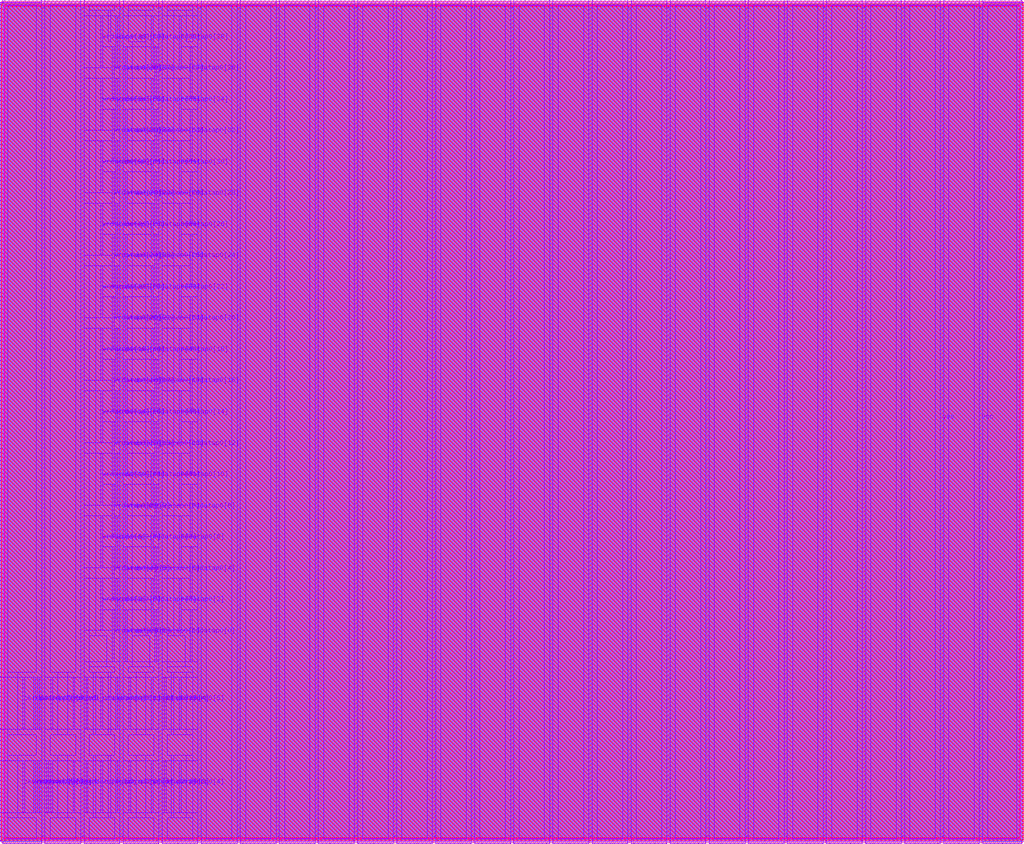
<source format=lef>
VERSION 5.8 ;
BUSBITCHARS "[]" ;
DIVIDERCHAR "/" ;

UNITS
  DATABASE MICRONS 4000 ;
END UNITS

PROPERTYDEFINITIONS
  MACRO hpml_layer STRING ;
  MACRO heml_layer STRING ;
END PROPERTYDEFINITIONS

MACRO arf038b128e1r1w0cbbehraa4acw
  CLASS BLOCK ;
  FOREIGN arf038b128e1r1w0cbbehraa4acw ;
  ORIGIN 0 0 ;
  SIZE 23.4 BY 19.2 ;
  PIN ckrdp0
    DIRECTION INPUT ;
    USE SIGNAL ;
    PORT
      LAYER m7 ;
        RECT 0.428 2.52 0.472 3.72 ;
    END
  END ckrdp0
  PIN ckwrp0
    DIRECTION INPUT ;
    USE SIGNAL ;
    PORT
      LAYER m7 ;
        RECT 0.428 0.6 0.472 1.8 ;
    END
  END ckwrp0
  PIN rdaddrp0[0]
    DIRECTION INPUT ;
    USE SIGNAL ;
    PORT
      LAYER m7 ;
        RECT 2.228 2.52 2.272 3.72 ;
    END
  END rdaddrp0[0]
  PIN rdaddrp0[1]
    DIRECTION INPUT ;
    USE SIGNAL ;
    PORT
      LAYER m7 ;
        RECT 2.572 2.52 2.616 3.72 ;
    END
  END rdaddrp0[1]
  PIN rdaddrp0[2]
    DIRECTION INPUT ;
    USE SIGNAL ;
    PORT
      LAYER m7 ;
        RECT 2.872 2.52 2.916 3.72 ;
    END
  END rdaddrp0[2]
  PIN rdaddrp0[3]
    DIRECTION INPUT ;
    USE SIGNAL ;
    PORT
      LAYER m7 ;
        RECT 3.384 2.52 3.428 3.72 ;
    END
  END rdaddrp0[3]
  PIN rdaddrp0[4]
    DIRECTION INPUT ;
    USE SIGNAL ;
    PORT
      LAYER m7 ;
        RECT 3.684 2.52 3.728 3.72 ;
    END
  END rdaddrp0[4]
  PIN rdaddrp0[5]
    DIRECTION INPUT ;
    USE SIGNAL ;
    PORT
      LAYER m7 ;
        RECT 4.028 2.52 4.072 3.72 ;
    END
  END rdaddrp0[5]
  PIN rdaddrp0[6]
    DIRECTION INPUT ;
    USE SIGNAL ;
    PORT
      LAYER m7 ;
        RECT 0.684 2.52 0.728 3.72 ;
    END
  END rdaddrp0[6]
  PIN rdaddrp0_fd
    DIRECTION INPUT ;
    USE SIGNAL ;
    PORT
      LAYER m7 ;
        RECT 0.772 2.52 0.816 3.72 ;
    END
  END rdaddrp0_fd
  PIN rdaddrp0_rd
    DIRECTION INPUT ;
    USE SIGNAL ;
    PORT
      LAYER m7 ;
        RECT 1.072 2.52 1.116 3.72 ;
    END
  END rdaddrp0_rd
  PIN rdenp0
    DIRECTION INPUT ;
    USE SIGNAL ;
    PORT
      LAYER m7 ;
        RECT 1.584 2.52 1.628 3.72 ;
    END
  END rdenp0
  PIN sdl_initp0
    DIRECTION INPUT ;
    USE SIGNAL ;
    PORT
      LAYER m7 ;
        RECT 1.884 2.52 1.928 3.72 ;
    END
  END sdl_initp0
  PIN wraddrp0[0]
    DIRECTION INPUT ;
    USE SIGNAL ;
    PORT
      LAYER m7 ;
        RECT 2.572 0.6 2.616 1.8 ;
    END
  END wraddrp0[0]
  PIN wraddrp0[1]
    DIRECTION INPUT ;
    USE SIGNAL ;
    PORT
      LAYER m7 ;
        RECT 2.872 0.6 2.916 1.8 ;
    END
  END wraddrp0[1]
  PIN wraddrp0[2]
    DIRECTION INPUT ;
    USE SIGNAL ;
    PORT
      LAYER m7 ;
        RECT 3.384 0.6 3.428 1.8 ;
    END
  END wraddrp0[2]
  PIN wraddrp0[3]
    DIRECTION INPUT ;
    USE SIGNAL ;
    PORT
      LAYER m7 ;
        RECT 3.684 0.6 3.728 1.8 ;
    END
  END wraddrp0[3]
  PIN wraddrp0[4]
    DIRECTION INPUT ;
    USE SIGNAL ;
    PORT
      LAYER m7 ;
        RECT 4.028 0.6 4.072 1.8 ;
    END
  END wraddrp0[4]
  PIN wraddrp0[5]
    DIRECTION INPUT ;
    USE SIGNAL ;
    PORT
      LAYER m7 ;
        RECT 0.684 0.6 0.728 1.8 ;
    END
  END wraddrp0[5]
  PIN wraddrp0[6]
    DIRECTION INPUT ;
    USE SIGNAL ;
    PORT
      LAYER m7 ;
        RECT 0.984 0.6 1.028 1.8 ;
    END
  END wraddrp0[6]
  PIN wraddrp0_fd
    DIRECTION INPUT ;
    USE SIGNAL ;
    PORT
      LAYER m7 ;
        RECT 0.772 0.6 0.816 1.8 ;
    END
  END wraddrp0_fd
  PIN wraddrp0_rd
    DIRECTION INPUT ;
    USE SIGNAL ;
    PORT
      LAYER m7 ;
        RECT 1.072 0.6 1.116 1.8 ;
    END
  END wraddrp0_rd
  PIN wrdatap0[0]
    DIRECTION INPUT ;
    USE SIGNAL ;
    PORT
      LAYER m7 ;
        RECT 2.484 4.08 2.528 5.28 ;
    END
  END wrdatap0[0]
  PIN wrdatap0[10]
    DIRECTION INPUT ;
    USE SIGNAL ;
    PORT
      LAYER m7 ;
        RECT 2.228 7.68 2.272 8.88 ;
    END
  END wrdatap0[10]
  PIN wrdatap0[11]
    DIRECTION INPUT ;
    USE SIGNAL ;
    PORT
      LAYER m7 ;
        RECT 2.572 7.68 2.616 8.88 ;
    END
  END wrdatap0[11]
  PIN wrdatap0[12]
    DIRECTION INPUT ;
    USE SIGNAL ;
    PORT
      LAYER m7 ;
        RECT 2.484 8.4 2.528 9.6 ;
    END
  END wrdatap0[12]
  PIN wrdatap0[13]
    DIRECTION INPUT ;
    USE SIGNAL ;
    PORT
      LAYER m7 ;
        RECT 2.784 8.4 2.828 9.6 ;
    END
  END wrdatap0[13]
  PIN wrdatap0[14]
    DIRECTION INPUT ;
    USE SIGNAL ;
    PORT
      LAYER m7 ;
        RECT 2.228 9.12 2.272 10.32 ;
    END
  END wrdatap0[14]
  PIN wrdatap0[15]
    DIRECTION INPUT ;
    USE SIGNAL ;
    PORT
      LAYER m7 ;
        RECT 2.572 9.12 2.616 10.32 ;
    END
  END wrdatap0[15]
  PIN wrdatap0[16]
    DIRECTION INPUT ;
    USE SIGNAL ;
    PORT
      LAYER m7 ;
        RECT 2.484 9.84 2.528 11.04 ;
    END
  END wrdatap0[16]
  PIN wrdatap0[17]
    DIRECTION INPUT ;
    USE SIGNAL ;
    PORT
      LAYER m7 ;
        RECT 2.784 9.84 2.828 11.04 ;
    END
  END wrdatap0[17]
  PIN wrdatap0[18]
    DIRECTION INPUT ;
    USE SIGNAL ;
    PORT
      LAYER m7 ;
        RECT 2.228 10.56 2.272 11.76 ;
    END
  END wrdatap0[18]
  PIN wrdatap0[19]
    DIRECTION INPUT ;
    USE SIGNAL ;
    PORT
      LAYER m7 ;
        RECT 2.572 10.56 2.616 11.76 ;
    END
  END wrdatap0[19]
  PIN wrdatap0[1]
    DIRECTION INPUT ;
    USE SIGNAL ;
    PORT
      LAYER m7 ;
        RECT 2.784 4.08 2.828 5.28 ;
    END
  END wrdatap0[1]
  PIN wrdatap0[20]
    DIRECTION INPUT ;
    USE SIGNAL ;
    PORT
      LAYER m7 ;
        RECT 2.484 11.28 2.528 12.48 ;
    END
  END wrdatap0[20]
  PIN wrdatap0[21]
    DIRECTION INPUT ;
    USE SIGNAL ;
    PORT
      LAYER m7 ;
        RECT 2.784 11.28 2.828 12.48 ;
    END
  END wrdatap0[21]
  PIN wrdatap0[22]
    DIRECTION INPUT ;
    USE SIGNAL ;
    PORT
      LAYER m7 ;
        RECT 2.228 12 2.272 13.2 ;
    END
  END wrdatap0[22]
  PIN wrdatap0[23]
    DIRECTION INPUT ;
    USE SIGNAL ;
    PORT
      LAYER m7 ;
        RECT 2.572 12 2.616 13.2 ;
    END
  END wrdatap0[23]
  PIN wrdatap0[24]
    DIRECTION INPUT ;
    USE SIGNAL ;
    PORT
      LAYER m7 ;
        RECT 2.484 12.72 2.528 13.92 ;
    END
  END wrdatap0[24]
  PIN wrdatap0[25]
    DIRECTION INPUT ;
    USE SIGNAL ;
    PORT
      LAYER m7 ;
        RECT 2.784 12.72 2.828 13.92 ;
    END
  END wrdatap0[25]
  PIN wrdatap0[26]
    DIRECTION INPUT ;
    USE SIGNAL ;
    PORT
      LAYER m7 ;
        RECT 2.228 13.44 2.272 14.64 ;
    END
  END wrdatap0[26]
  PIN wrdatap0[27]
    DIRECTION INPUT ;
    USE SIGNAL ;
    PORT
      LAYER m7 ;
        RECT 2.572 13.44 2.616 14.64 ;
    END
  END wrdatap0[27]
  PIN wrdatap0[28]
    DIRECTION INPUT ;
    USE SIGNAL ;
    PORT
      LAYER m7 ;
        RECT 2.484 14.16 2.528 15.36 ;
    END
  END wrdatap0[28]
  PIN wrdatap0[29]
    DIRECTION INPUT ;
    USE SIGNAL ;
    PORT
      LAYER m7 ;
        RECT 2.784 14.16 2.828 15.36 ;
    END
  END wrdatap0[29]
  PIN wrdatap0[2]
    DIRECTION INPUT ;
    USE SIGNAL ;
    PORT
      LAYER m7 ;
        RECT 2.228 4.8 2.272 6 ;
    END
  END wrdatap0[2]
  PIN wrdatap0[30]
    DIRECTION INPUT ;
    USE SIGNAL ;
    PORT
      LAYER m7 ;
        RECT 2.228 14.88 2.272 16.08 ;
    END
  END wrdatap0[30]
  PIN wrdatap0[31]
    DIRECTION INPUT ;
    USE SIGNAL ;
    PORT
      LAYER m7 ;
        RECT 2.572 14.88 2.616 16.08 ;
    END
  END wrdatap0[31]
  PIN wrdatap0[32]
    DIRECTION INPUT ;
    USE SIGNAL ;
    PORT
      LAYER m7 ;
        RECT 2.484 15.6 2.528 16.8 ;
    END
  END wrdatap0[32]
  PIN wrdatap0[33]
    DIRECTION INPUT ;
    USE SIGNAL ;
    PORT
      LAYER m7 ;
        RECT 2.784 15.6 2.828 16.8 ;
    END
  END wrdatap0[33]
  PIN wrdatap0[34]
    DIRECTION INPUT ;
    USE SIGNAL ;
    PORT
      LAYER m7 ;
        RECT 2.228 16.32 2.272 17.52 ;
    END
  END wrdatap0[34]
  PIN wrdatap0[35]
    DIRECTION INPUT ;
    USE SIGNAL ;
    PORT
      LAYER m7 ;
        RECT 2.572 16.32 2.616 17.52 ;
    END
  END wrdatap0[35]
  PIN wrdatap0[36]
    DIRECTION INPUT ;
    USE SIGNAL ;
    PORT
      LAYER m7 ;
        RECT 2.484 17.04 2.528 18.24 ;
    END
  END wrdatap0[36]
  PIN wrdatap0[37]
    DIRECTION INPUT ;
    USE SIGNAL ;
    PORT
      LAYER m7 ;
        RECT 2.784 17.04 2.828 18.24 ;
    END
  END wrdatap0[37]
  PIN wrdatap0[38]
    DIRECTION INPUT ;
    USE SIGNAL ;
    PORT
      LAYER m7 ;
        RECT 2.228 17.76 2.272 18.96 ;
    END
  END wrdatap0[38]
  PIN wrdatap0[39]
    DIRECTION INPUT ;
    USE SIGNAL ;
    PORT
      LAYER m7 ;
        RECT 2.572 17.76 2.616 18.96 ;
    END
  END wrdatap0[39]
  PIN wrdatap0[3]
    DIRECTION INPUT ;
    USE SIGNAL ;
    PORT
      LAYER m7 ;
        RECT 2.572 4.8 2.616 6 ;
    END
  END wrdatap0[3]
  PIN wrdatap0[4]
    DIRECTION INPUT ;
    USE SIGNAL ;
    PORT
      LAYER m7 ;
        RECT 2.484 5.52 2.528 6.72 ;
    END
  END wrdatap0[4]
  PIN wrdatap0[5]
    DIRECTION INPUT ;
    USE SIGNAL ;
    PORT
      LAYER m7 ;
        RECT 2.784 5.52 2.828 6.72 ;
    END
  END wrdatap0[5]
  PIN wrdatap0[6]
    DIRECTION INPUT ;
    USE SIGNAL ;
    PORT
      LAYER m7 ;
        RECT 2.228 6.24 2.272 7.44 ;
    END
  END wrdatap0[6]
  PIN wrdatap0[7]
    DIRECTION INPUT ;
    USE SIGNAL ;
    PORT
      LAYER m7 ;
        RECT 2.572 6.24 2.616 7.44 ;
    END
  END wrdatap0[7]
  PIN wrdatap0[8]
    DIRECTION INPUT ;
    USE SIGNAL ;
    PORT
      LAYER m7 ;
        RECT 2.484 6.96 2.528 8.16 ;
    END
  END wrdatap0[8]
  PIN wrdatap0[9]
    DIRECTION INPUT ;
    USE SIGNAL ;
    PORT
      LAYER m7 ;
        RECT 2.784 6.96 2.828 8.16 ;
    END
  END wrdatap0[9]
  PIN wrdatap0_fd
    DIRECTION INPUT ;
    USE SIGNAL ;
    PORT
      LAYER m7 ;
        RECT 1.884 0.6 1.928 1.8 ;
    END
  END wrdatap0_fd
  PIN wrdatap0_rd
    DIRECTION INPUT ;
    USE SIGNAL ;
    PORT
      LAYER m7 ;
        RECT 2.228 0.6 2.272 1.8 ;
    END
  END wrdatap0_rd
  PIN wrenp0
    DIRECTION INPUT ;
    USE SIGNAL ;
    PORT
      LAYER m7 ;
        RECT 1.584 0.6 1.628 1.8 ;
    END
  END wrenp0
  PIN rddatap0[0]
    DIRECTION OUTPUT ;
    USE SIGNAL ;
    PORT
      LAYER m7 ;
        RECT 4.284 4.08 4.328 5.28 ;
    END
  END rddatap0[0]
  PIN rddatap0[10]
    DIRECTION OUTPUT ;
    USE SIGNAL ;
    PORT
      LAYER m7 ;
        RECT 4.028 7.68 4.072 8.88 ;
    END
  END rddatap0[10]
  PIN rddatap0[11]
    DIRECTION OUTPUT ;
    USE SIGNAL ;
    PORT
      LAYER m7 ;
        RECT 3.384 7.68 3.428 8.88 ;
    END
  END rddatap0[11]
  PIN rddatap0[12]
    DIRECTION OUTPUT ;
    USE SIGNAL ;
    PORT
      LAYER m7 ;
        RECT 4.284 8.4 4.328 9.6 ;
    END
  END rddatap0[12]
  PIN rddatap0[13]
    DIRECTION OUTPUT ;
    USE SIGNAL ;
    PORT
      LAYER m7 ;
        RECT 3.472 8.4 3.516 9.6 ;
    END
  END rddatap0[13]
  PIN rddatap0[14]
    DIRECTION OUTPUT ;
    USE SIGNAL ;
    PORT
      LAYER m7 ;
        RECT 4.028 9.12 4.072 10.32 ;
    END
  END rddatap0[14]
  PIN rddatap0[15]
    DIRECTION OUTPUT ;
    USE SIGNAL ;
    PORT
      LAYER m7 ;
        RECT 3.384 9.12 3.428 10.32 ;
    END
  END rddatap0[15]
  PIN rddatap0[16]
    DIRECTION OUTPUT ;
    USE SIGNAL ;
    PORT
      LAYER m7 ;
        RECT 4.284 9.84 4.328 11.04 ;
    END
  END rddatap0[16]
  PIN rddatap0[17]
    DIRECTION OUTPUT ;
    USE SIGNAL ;
    PORT
      LAYER m7 ;
        RECT 3.472 9.84 3.516 11.04 ;
    END
  END rddatap0[17]
  PIN rddatap0[18]
    DIRECTION OUTPUT ;
    USE SIGNAL ;
    PORT
      LAYER m7 ;
        RECT 4.028 10.56 4.072 11.76 ;
    END
  END rddatap0[18]
  PIN rddatap0[19]
    DIRECTION OUTPUT ;
    USE SIGNAL ;
    PORT
      LAYER m7 ;
        RECT 3.384 10.56 3.428 11.76 ;
    END
  END rddatap0[19]
  PIN rddatap0[1]
    DIRECTION OUTPUT ;
    USE SIGNAL ;
    PORT
      LAYER m7 ;
        RECT 3.472 4.08 3.516 5.28 ;
    END
  END rddatap0[1]
  PIN rddatap0[20]
    DIRECTION OUTPUT ;
    USE SIGNAL ;
    PORT
      LAYER m7 ;
        RECT 4.284 11.28 4.328 12.48 ;
    END
  END rddatap0[20]
  PIN rddatap0[21]
    DIRECTION OUTPUT ;
    USE SIGNAL ;
    PORT
      LAYER m7 ;
        RECT 3.472 11.28 3.516 12.48 ;
    END
  END rddatap0[21]
  PIN rddatap0[22]
    DIRECTION OUTPUT ;
    USE SIGNAL ;
    PORT
      LAYER m7 ;
        RECT 4.028 12 4.072 13.2 ;
    END
  END rddatap0[22]
  PIN rddatap0[23]
    DIRECTION OUTPUT ;
    USE SIGNAL ;
    PORT
      LAYER m7 ;
        RECT 3.384 12 3.428 13.2 ;
    END
  END rddatap0[23]
  PIN rddatap0[24]
    DIRECTION OUTPUT ;
    USE SIGNAL ;
    PORT
      LAYER m7 ;
        RECT 4.284 12.72 4.328 13.92 ;
    END
  END rddatap0[24]
  PIN rddatap0[25]
    DIRECTION OUTPUT ;
    USE SIGNAL ;
    PORT
      LAYER m7 ;
        RECT 3.472 12.72 3.516 13.92 ;
    END
  END rddatap0[25]
  PIN rddatap0[26]
    DIRECTION OUTPUT ;
    USE SIGNAL ;
    PORT
      LAYER m7 ;
        RECT 4.028 13.44 4.072 14.64 ;
    END
  END rddatap0[26]
  PIN rddatap0[27]
    DIRECTION OUTPUT ;
    USE SIGNAL ;
    PORT
      LAYER m7 ;
        RECT 3.384 13.44 3.428 14.64 ;
    END
  END rddatap0[27]
  PIN rddatap0[28]
    DIRECTION OUTPUT ;
    USE SIGNAL ;
    PORT
      LAYER m7 ;
        RECT 4.284 14.16 4.328 15.36 ;
    END
  END rddatap0[28]
  PIN rddatap0[29]
    DIRECTION OUTPUT ;
    USE SIGNAL ;
    PORT
      LAYER m7 ;
        RECT 3.472 14.16 3.516 15.36 ;
    END
  END rddatap0[29]
  PIN rddatap0[2]
    DIRECTION OUTPUT ;
    USE SIGNAL ;
    PORT
      LAYER m7 ;
        RECT 4.028 4.8 4.072 6 ;
    END
  END rddatap0[2]
  PIN rddatap0[30]
    DIRECTION OUTPUT ;
    USE SIGNAL ;
    PORT
      LAYER m7 ;
        RECT 4.028 14.88 4.072 16.08 ;
    END
  END rddatap0[30]
  PIN rddatap0[31]
    DIRECTION OUTPUT ;
    USE SIGNAL ;
    PORT
      LAYER m7 ;
        RECT 3.384 14.88 3.428 16.08 ;
    END
  END rddatap0[31]
  PIN rddatap0[32]
    DIRECTION OUTPUT ;
    USE SIGNAL ;
    PORT
      LAYER m7 ;
        RECT 4.284 15.6 4.328 16.8 ;
    END
  END rddatap0[32]
  PIN rddatap0[33]
    DIRECTION OUTPUT ;
    USE SIGNAL ;
    PORT
      LAYER m7 ;
        RECT 3.472 15.6 3.516 16.8 ;
    END
  END rddatap0[33]
  PIN rddatap0[34]
    DIRECTION OUTPUT ;
    USE SIGNAL ;
    PORT
      LAYER m7 ;
        RECT 4.028 16.32 4.072 17.52 ;
    END
  END rddatap0[34]
  PIN rddatap0[35]
    DIRECTION OUTPUT ;
    USE SIGNAL ;
    PORT
      LAYER m7 ;
        RECT 3.384 16.32 3.428 17.52 ;
    END
  END rddatap0[35]
  PIN rddatap0[36]
    DIRECTION OUTPUT ;
    USE SIGNAL ;
    PORT
      LAYER m7 ;
        RECT 4.284 17.04 4.328 18.24 ;
    END
  END rddatap0[36]
  PIN rddatap0[37]
    DIRECTION OUTPUT ;
    USE SIGNAL ;
    PORT
      LAYER m7 ;
        RECT 3.472 17.04 3.516 18.24 ;
    END
  END rddatap0[37]
  PIN rddatap0[38]
    DIRECTION OUTPUT ;
    USE SIGNAL ;
    PORT
      LAYER m7 ;
        RECT 4.028 17.76 4.072 18.96 ;
    END
  END rddatap0[38]
  PIN rddatap0[39]
    DIRECTION OUTPUT ;
    USE SIGNAL ;
    PORT
      LAYER m7 ;
        RECT 3.384 17.76 3.428 18.96 ;
    END
  END rddatap0[39]
  PIN rddatap0[3]
    DIRECTION OUTPUT ;
    USE SIGNAL ;
    PORT
      LAYER m7 ;
        RECT 3.384 4.8 3.428 6 ;
    END
  END rddatap0[3]
  PIN rddatap0[4]
    DIRECTION OUTPUT ;
    USE SIGNAL ;
    PORT
      LAYER m7 ;
        RECT 4.284 5.52 4.328 6.72 ;
    END
  END rddatap0[4]
  PIN rddatap0[5]
    DIRECTION OUTPUT ;
    USE SIGNAL ;
    PORT
      LAYER m7 ;
        RECT 3.472 5.52 3.516 6.72 ;
    END
  END rddatap0[5]
  PIN rddatap0[6]
    DIRECTION OUTPUT ;
    USE SIGNAL ;
    PORT
      LAYER m7 ;
        RECT 4.028 6.24 4.072 7.44 ;
    END
  END rddatap0[6]
  PIN rddatap0[7]
    DIRECTION OUTPUT ;
    USE SIGNAL ;
    PORT
      LAYER m7 ;
        RECT 3.384 6.24 3.428 7.44 ;
    END
  END rddatap0[7]
  PIN rddatap0[8]
    DIRECTION OUTPUT ;
    USE SIGNAL ;
    PORT
      LAYER m7 ;
        RECT 4.284 6.96 4.328 8.16 ;
    END
  END rddatap0[8]
  PIN rddatap0[9]
    DIRECTION OUTPUT ;
    USE SIGNAL ;
    PORT
      LAYER m7 ;
        RECT 3.472 6.96 3.516 8.16 ;
    END
  END rddatap0[9]
  PIN vcc
    DIRECTION INPUT ;
    USE POWER ;
    PORT
      LAYER m7 ;
        RECT 0.862 0.06 0.938 19.14 ;
        RECT 2.662 0.06 2.738 19.14 ;
        RECT 4.462 0.06 4.538 19.14 ;
        RECT 6.262 0.06 6.338 19.14 ;
        RECT 8.062 0.06 8.138 19.14 ;
        RECT 9.862 0.06 9.938 19.14 ;
        RECT 11.662 0.06 11.738 19.14 ;
        RECT 13.462 0.06 13.538 19.14 ;
        RECT 15.262 0.06 15.338 19.14 ;
        RECT 17.062 0.06 17.138 19.14 ;
        RECT 18.862 0.06 18.938 19.14 ;
        RECT 20.662 0.06 20.738 19.14 ;
        RECT 22.462 0.06 22.538 19.14 ;
    END
  END vcc
  PIN vss
    DIRECTION INOUT ;
    USE GROUND ;
    PORT
      LAYER m7 ;
        RECT 1.762 0.06 1.838 19.14 ;
        RECT 3.562 0.06 3.638 19.14 ;
        RECT 5.362 0.06 5.438 19.14 ;
        RECT 7.162 0.06 7.238 19.14 ;
        RECT 8.962 0.06 9.038 19.14 ;
        RECT 10.762 0.06 10.838 19.14 ;
        RECT 12.562 0.06 12.638 19.14 ;
        RECT 14.362 0.06 14.438 19.14 ;
        RECT 16.162 0.06 16.238 19.14 ;
        RECT 17.962 0.06 18.038 19.14 ;
        RECT 19.762 0.06 19.838 19.14 ;
        RECT 21.562 0.06 21.638 19.14 ;
    END
  END vss
  OBS
    LAYER m0 SPACING 0 ;
      RECT -0.016 -0.014 23.416 19.214 ;
    LAYER m1 SPACING 0 ;
      RECT -0.02 -0.02 23.42 19.22 ;
    LAYER m2 SPACING 0 ;
      RECT -0.0705 -0.038 23.4705 19.238 ;
    LAYER m3 SPACING 0 ;
      RECT -0.035 -0.07 23.435 19.27 ;
    LAYER m4 SPACING 0 ;
      RECT -0.07 -0.038 23.47 19.238 ;
    LAYER m5 SPACING 0 ;
      RECT -0.059 -0.09 23.459 19.29 ;
    LAYER m6 SPACING 0 ;
      RECT -0.09 -0.062 23.49 19.262 ;
    LAYER m7 SPACING 0 ;
      RECT 22.538 19.26 23.44 19.32 ;
      RECT 22.538 -0.06 23.492 19.26 ;
      RECT 22.538 -0.12 23.44 -0.06 ;
      RECT 21.638 -0.12 22.462 19.32 ;
      RECT 20.738 -0.12 21.562 19.32 ;
      RECT 19.838 -0.12 20.662 19.32 ;
      RECT 18.938 -0.12 19.762 19.32 ;
      RECT 18.038 -0.12 18.862 19.32 ;
      RECT 17.138 -0.12 17.962 19.32 ;
      RECT 16.238 -0.12 17.062 19.32 ;
      RECT 15.338 -0.12 16.162 19.32 ;
      RECT 14.438 -0.12 15.262 19.32 ;
      RECT 13.538 -0.12 14.362 19.32 ;
      RECT 12.638 -0.12 13.462 19.32 ;
      RECT 11.738 -0.12 12.562 19.32 ;
      RECT 10.838 -0.12 11.662 19.32 ;
      RECT 9.938 -0.12 10.762 19.32 ;
      RECT 9.038 -0.12 9.862 19.32 ;
      RECT 8.138 -0.12 8.962 19.32 ;
      RECT 7.238 -0.12 8.062 19.32 ;
      RECT 6.338 -0.12 7.162 19.32 ;
      RECT 5.438 -0.12 6.262 19.32 ;
      RECT 4.538 -0.12 5.362 19.32 ;
      RECT 3.638 18.96 4.462 19.32 ;
      RECT 4.072 18.24 4.462 18.96 ;
      RECT 3.638 17.76 4.028 18.96 ;
      RECT 4.072 17.76 4.284 18.24 ;
      RECT 3.638 17.52 4.284 17.76 ;
      RECT 4.328 17.04 4.462 18.24 ;
      RECT 4.072 17.04 4.284 17.52 ;
      RECT 4.072 16.8 4.462 17.04 ;
      RECT 3.638 16.32 4.028 17.52 ;
      RECT 4.072 16.32 4.284 16.8 ;
      RECT 3.638 16.08 4.284 16.32 ;
      RECT 4.328 15.6 4.462 16.8 ;
      RECT 4.072 15.6 4.284 16.08 ;
      RECT 4.072 15.36 4.462 15.6 ;
      RECT 3.638 14.88 4.028 16.08 ;
      RECT 4.072 14.88 4.284 15.36 ;
      RECT 3.638 14.64 4.284 14.88 ;
      RECT 4.328 14.16 4.462 15.36 ;
      RECT 4.072 14.16 4.284 14.64 ;
      RECT 4.072 13.92 4.462 14.16 ;
      RECT 3.638 13.44 4.028 14.64 ;
      RECT 4.072 13.44 4.284 13.92 ;
      RECT 3.638 13.2 4.284 13.44 ;
      RECT 4.328 12.72 4.462 13.92 ;
      RECT 4.072 12.72 4.284 13.2 ;
      RECT 4.072 12.48 4.462 12.72 ;
      RECT 3.638 12 4.028 13.2 ;
      RECT 4.072 12 4.284 12.48 ;
      RECT 3.638 11.76 4.284 12 ;
      RECT 4.328 11.28 4.462 12.48 ;
      RECT 4.072 11.28 4.284 11.76 ;
      RECT 4.072 11.04 4.462 11.28 ;
      RECT 3.638 10.56 4.028 11.76 ;
      RECT 4.072 10.56 4.284 11.04 ;
      RECT 3.638 10.32 4.284 10.56 ;
      RECT 4.328 9.84 4.462 11.04 ;
      RECT 4.072 9.84 4.284 10.32 ;
      RECT 4.072 9.6 4.462 9.84 ;
      RECT 3.638 9.12 4.028 10.32 ;
      RECT 4.072 9.12 4.284 9.6 ;
      RECT 3.638 8.88 4.284 9.12 ;
      RECT 4.328 8.4 4.462 9.6 ;
      RECT 4.072 8.4 4.284 8.88 ;
      RECT 4.072 8.16 4.462 8.4 ;
      RECT 3.638 7.68 4.028 8.88 ;
      RECT 4.072 7.68 4.284 8.16 ;
      RECT 3.638 7.44 4.284 7.68 ;
      RECT 4.328 6.96 4.462 8.16 ;
      RECT 4.072 6.96 4.284 7.44 ;
      RECT 4.072 6.72 4.462 6.96 ;
      RECT 3.638 6.24 4.028 7.44 ;
      RECT 4.072 6.24 4.284 6.72 ;
      RECT 3.638 6 4.284 6.24 ;
      RECT 4.328 5.52 4.462 6.72 ;
      RECT 4.072 5.52 4.284 6 ;
      RECT 4.072 5.28 4.462 5.52 ;
      RECT 3.638 4.8 4.028 6 ;
      RECT 4.072 4.8 4.284 5.28 ;
      RECT 4.328 4.08 4.462 5.28 ;
      RECT 3.638 4.08 4.284 4.8 ;
      RECT 3.638 3.72 4.462 4.08 ;
      RECT 3.638 2.52 3.684 3.72 ;
      RECT 3.728 2.52 4.028 3.72 ;
      RECT 4.072 2.52 4.462 3.72 ;
      RECT 3.638 1.8 4.462 2.52 ;
      RECT 3.638 0.6 3.684 1.8 ;
      RECT 3.728 0.6 4.028 1.8 ;
      RECT 4.072 0.6 4.462 1.8 ;
      RECT 3.638 -0.12 4.462 0.6 ;
      RECT 2.738 18.96 3.562 19.32 ;
      RECT 2.738 18.24 3.384 18.96 ;
      RECT 3.428 18.24 3.562 18.96 ;
      RECT 2.828 17.76 3.384 18.24 ;
      RECT 3.428 17.76 3.472 18.24 ;
      RECT 2.828 17.52 3.472 17.76 ;
      RECT 2.738 17.04 2.784 18.24 ;
      RECT 3.516 17.04 3.562 18.24 ;
      RECT 2.828 17.04 3.384 17.52 ;
      RECT 3.428 17.04 3.472 17.52 ;
      RECT 2.738 16.8 3.384 17.04 ;
      RECT 3.428 16.8 3.562 17.04 ;
      RECT 2.828 16.32 3.384 16.8 ;
      RECT 3.428 16.32 3.472 16.8 ;
      RECT 2.828 16.08 3.472 16.32 ;
      RECT 2.738 15.6 2.784 16.8 ;
      RECT 3.516 15.6 3.562 16.8 ;
      RECT 2.828 15.6 3.384 16.08 ;
      RECT 3.428 15.6 3.472 16.08 ;
      RECT 2.738 15.36 3.384 15.6 ;
      RECT 3.428 15.36 3.562 15.6 ;
      RECT 2.828 14.88 3.384 15.36 ;
      RECT 3.428 14.88 3.472 15.36 ;
      RECT 2.828 14.64 3.472 14.88 ;
      RECT 2.738 14.16 2.784 15.36 ;
      RECT 3.516 14.16 3.562 15.36 ;
      RECT 2.828 14.16 3.384 14.64 ;
      RECT 3.428 14.16 3.472 14.64 ;
      RECT 2.738 13.92 3.384 14.16 ;
      RECT 3.428 13.92 3.562 14.16 ;
      RECT 2.828 13.44 3.384 13.92 ;
      RECT 3.428 13.44 3.472 13.92 ;
      RECT 2.828 13.2 3.472 13.44 ;
      RECT 2.738 12.72 2.784 13.92 ;
      RECT 3.516 12.72 3.562 13.92 ;
      RECT 2.828 12.72 3.384 13.2 ;
      RECT 3.428 12.72 3.472 13.2 ;
      RECT 2.738 12.48 3.384 12.72 ;
      RECT 3.428 12.48 3.562 12.72 ;
      RECT 2.828 12 3.384 12.48 ;
      RECT 3.428 12 3.472 12.48 ;
      RECT 2.828 11.76 3.472 12 ;
      RECT 2.738 11.28 2.784 12.48 ;
      RECT 3.516 11.28 3.562 12.48 ;
      RECT 2.828 11.28 3.384 11.76 ;
      RECT 3.428 11.28 3.472 11.76 ;
      RECT 2.738 11.04 3.384 11.28 ;
      RECT 3.428 11.04 3.562 11.28 ;
      RECT 2.828 10.56 3.384 11.04 ;
      RECT 3.428 10.56 3.472 11.04 ;
      RECT 2.828 10.32 3.472 10.56 ;
      RECT 2.738 9.84 2.784 11.04 ;
      RECT 3.516 9.84 3.562 11.04 ;
      RECT 2.828 9.84 3.384 10.32 ;
      RECT 3.428 9.84 3.472 10.32 ;
      RECT 2.738 9.6 3.384 9.84 ;
      RECT 3.428 9.6 3.562 9.84 ;
      RECT 2.828 9.12 3.384 9.6 ;
      RECT 3.428 9.12 3.472 9.6 ;
      RECT 2.828 8.88 3.472 9.12 ;
      RECT 2.738 8.4 2.784 9.6 ;
      RECT 3.516 8.4 3.562 9.6 ;
      RECT 2.828 8.4 3.384 8.88 ;
      RECT 3.428 8.4 3.472 8.88 ;
      RECT 2.738 8.16 3.384 8.4 ;
      RECT 3.428 8.16 3.562 8.4 ;
      RECT 2.828 7.68 3.384 8.16 ;
      RECT 3.428 7.68 3.472 8.16 ;
      RECT 2.828 7.44 3.472 7.68 ;
      RECT 2.738 6.96 2.784 8.16 ;
      RECT 3.516 6.96 3.562 8.16 ;
      RECT 2.828 6.96 3.384 7.44 ;
      RECT 3.428 6.96 3.472 7.44 ;
      RECT 2.738 6.72 3.384 6.96 ;
      RECT 3.428 6.72 3.562 6.96 ;
      RECT 2.828 6.24 3.384 6.72 ;
      RECT 3.428 6.24 3.472 6.72 ;
      RECT 2.828 6 3.472 6.24 ;
      RECT 2.738 5.52 2.784 6.72 ;
      RECT 3.516 5.52 3.562 6.72 ;
      RECT 2.828 5.52 3.384 6 ;
      RECT 3.428 5.52 3.472 6 ;
      RECT 2.738 5.28 3.384 5.52 ;
      RECT 3.428 5.28 3.562 5.52 ;
      RECT 2.828 4.8 3.384 5.28 ;
      RECT 3.428 4.8 3.472 5.28 ;
      RECT 2.738 4.08 2.784 5.28 ;
      RECT 3.516 4.08 3.562 5.28 ;
      RECT 2.828 4.08 3.472 4.8 ;
      RECT 2.738 3.72 3.562 4.08 ;
      RECT 2.738 2.52 2.872 3.72 ;
      RECT 2.916 2.52 3.384 3.72 ;
      RECT 3.428 2.52 3.562 3.72 ;
      RECT 2.738 1.8 3.562 2.52 ;
      RECT 2.738 0.6 2.872 1.8 ;
      RECT 2.916 0.6 3.384 1.8 ;
      RECT 3.428 0.6 3.562 1.8 ;
      RECT 2.738 -0.12 3.562 0.6 ;
      RECT 1.838 18.96 2.662 19.32 ;
      RECT 2.272 18.24 2.572 18.96 ;
      RECT 1.838 17.76 2.228 18.96 ;
      RECT 2.616 17.76 2.662 18.96 ;
      RECT 2.272 17.76 2.484 18.24 ;
      RECT 2.528 17.76 2.572 18.24 ;
      RECT 1.838 17.52 2.484 17.76 ;
      RECT 2.528 17.52 2.662 17.76 ;
      RECT 2.272 17.04 2.484 17.52 ;
      RECT 2.528 17.04 2.572 17.52 ;
      RECT 2.272 16.8 2.572 17.04 ;
      RECT 1.838 16.32 2.228 17.52 ;
      RECT 2.616 16.32 2.662 17.52 ;
      RECT 2.272 16.32 2.484 16.8 ;
      RECT 2.528 16.32 2.572 16.8 ;
      RECT 1.838 16.08 2.484 16.32 ;
      RECT 2.528 16.08 2.662 16.32 ;
      RECT 2.272 15.6 2.484 16.08 ;
      RECT 2.528 15.6 2.572 16.08 ;
      RECT 2.272 15.36 2.572 15.6 ;
      RECT 1.838 14.88 2.228 16.08 ;
      RECT 2.616 14.88 2.662 16.08 ;
      RECT 2.272 14.88 2.484 15.36 ;
      RECT 2.528 14.88 2.572 15.36 ;
      RECT 1.838 14.64 2.484 14.88 ;
      RECT 2.528 14.64 2.662 14.88 ;
      RECT 2.272 14.16 2.484 14.64 ;
      RECT 2.528 14.16 2.572 14.64 ;
      RECT 2.272 13.92 2.572 14.16 ;
      RECT 1.838 13.44 2.228 14.64 ;
      RECT 2.616 13.44 2.662 14.64 ;
      RECT 2.272 13.44 2.484 13.92 ;
      RECT 2.528 13.44 2.572 13.92 ;
      RECT 1.838 13.2 2.484 13.44 ;
      RECT 2.528 13.2 2.662 13.44 ;
      RECT 2.272 12.72 2.484 13.2 ;
      RECT 2.528 12.72 2.572 13.2 ;
      RECT 2.272 12.48 2.572 12.72 ;
      RECT 1.838 12 2.228 13.2 ;
      RECT 2.616 12 2.662 13.2 ;
      RECT 2.272 12 2.484 12.48 ;
      RECT 2.528 12 2.572 12.48 ;
      RECT 1.838 11.76 2.484 12 ;
      RECT 2.528 11.76 2.662 12 ;
      RECT 2.272 11.28 2.484 11.76 ;
      RECT 2.528 11.28 2.572 11.76 ;
      RECT 2.272 11.04 2.572 11.28 ;
      RECT 1.838 10.56 2.228 11.76 ;
      RECT 2.616 10.56 2.662 11.76 ;
      RECT 2.272 10.56 2.484 11.04 ;
      RECT 2.528 10.56 2.572 11.04 ;
      RECT 1.838 10.32 2.484 10.56 ;
      RECT 2.528 10.32 2.662 10.56 ;
      RECT 2.272 9.84 2.484 10.32 ;
      RECT 2.528 9.84 2.572 10.32 ;
      RECT 2.272 9.6 2.572 9.84 ;
      RECT 1.838 9.12 2.228 10.32 ;
      RECT 2.616 9.12 2.662 10.32 ;
      RECT 2.272 9.12 2.484 9.6 ;
      RECT 2.528 9.12 2.572 9.6 ;
      RECT 1.838 8.88 2.484 9.12 ;
      RECT 2.528 8.88 2.662 9.12 ;
      RECT 2.272 8.4 2.484 8.88 ;
      RECT 2.528 8.4 2.572 8.88 ;
      RECT 2.272 8.16 2.572 8.4 ;
      RECT 1.838 7.68 2.228 8.88 ;
      RECT 2.616 7.68 2.662 8.88 ;
      RECT 2.272 7.68 2.484 8.16 ;
      RECT 2.528 7.68 2.572 8.16 ;
      RECT 1.838 7.44 2.484 7.68 ;
      RECT 2.528 7.44 2.662 7.68 ;
      RECT 2.272 6.96 2.484 7.44 ;
      RECT 2.528 6.96 2.572 7.44 ;
      RECT 2.272 6.72 2.572 6.96 ;
      RECT 1.838 6.24 2.228 7.44 ;
      RECT 2.616 6.24 2.662 7.44 ;
      RECT 2.272 6.24 2.484 6.72 ;
      RECT 2.528 6.24 2.572 6.72 ;
      RECT 1.838 6 2.484 6.24 ;
      RECT 2.528 6 2.662 6.24 ;
      RECT 2.272 5.52 2.484 6 ;
      RECT 2.528 5.52 2.572 6 ;
      RECT 2.272 5.28 2.572 5.52 ;
      RECT 1.838 4.8 2.228 6 ;
      RECT 2.616 4.8 2.662 6 ;
      RECT 2.272 4.8 2.484 5.28 ;
      RECT 2.528 4.8 2.572 5.28 ;
      RECT 1.838 4.08 2.484 4.8 ;
      RECT 2.528 4.08 2.662 4.8 ;
      RECT 1.838 3.72 2.662 4.08 ;
      RECT 1.838 2.52 1.884 3.72 ;
      RECT 1.928 2.52 2.228 3.72 ;
      RECT 2.272 2.52 2.572 3.72 ;
      RECT 2.616 2.52 2.662 3.72 ;
      RECT 1.838 1.8 2.662 2.52 ;
      RECT 1.838 0.6 1.884 1.8 ;
      RECT 1.928 0.6 2.228 1.8 ;
      RECT 2.272 0.6 2.572 1.8 ;
      RECT 2.616 0.6 2.662 1.8 ;
      RECT 1.838 -0.12 2.662 0.6 ;
      RECT 0.938 3.72 1.762 19.32 ;
      RECT 0.938 2.52 1.072 3.72 ;
      RECT 1.116 2.52 1.584 3.72 ;
      RECT 1.628 2.52 1.762 3.72 ;
      RECT 0.938 1.8 1.762 2.52 ;
      RECT 0.938 0.6 0.984 1.8 ;
      RECT 1.028 0.6 1.072 1.8 ;
      RECT 1.116 0.6 1.584 1.8 ;
      RECT 1.628 0.6 1.762 1.8 ;
      RECT 0.938 -0.12 1.762 0.6 ;
      RECT -0.04 19.26 0.862 19.32 ;
      RECT -0.092 3.72 0.862 19.26 ;
      RECT -0.092 2.52 0.428 3.72 ;
      RECT 0.472 2.52 0.684 3.72 ;
      RECT 0.728 2.52 0.772 3.72 ;
      RECT 0.816 2.52 0.862 3.72 ;
      RECT -0.092 1.8 0.862 2.52 ;
      RECT -0.092 0.6 0.428 1.8 ;
      RECT 0.472 0.6 0.684 1.8 ;
      RECT 0.728 0.6 0.772 1.8 ;
      RECT 0.816 0.6 0.862 1.8 ;
      RECT -0.092 -0.06 0.862 0.6 ;
      RECT -0.04 -0.12 0.862 -0.06 ;
    LAYER m7 ;
      RECT 22.658 0 23.32 19.2 ;
      RECT 21.758 0 22.342 19.2 ;
      RECT 20.858 0 21.442 19.2 ;
      RECT 19.958 0 20.542 19.2 ;
      RECT 19.058 0 19.642 19.2 ;
      RECT 18.158 0 18.742 19.2 ;
      RECT 17.258 0 17.842 19.2 ;
      RECT 16.358 0 16.942 19.2 ;
      RECT 15.458 0 16.042 19.2 ;
      RECT 14.558 0 15.142 19.2 ;
      RECT 13.658 0 14.242 19.2 ;
      RECT 12.758 0 13.342 19.2 ;
      RECT 11.858 0 12.442 19.2 ;
      RECT 10.958 0 11.542 19.2 ;
      RECT 10.058 0 10.642 19.2 ;
      RECT 9.158 0 9.742 19.2 ;
      RECT 8.258 0 8.842 19.2 ;
      RECT 7.358 0 7.942 19.2 ;
      RECT 6.458 0 7.042 19.2 ;
      RECT 5.558 0 6.142 19.2 ;
      RECT 4.658 0 5.242 19.2 ;
      RECT 3.758 19.08 4.342 19.2 ;
      RECT 4.192 18.36 4.342 19.08 ;
      RECT 3.758 4.68 3.908 19.08 ;
      RECT 3.758 3.96 4.164 4.68 ;
      RECT 3.758 3.84 4.342 3.96 ;
      RECT 3.848 2.4 3.908 3.84 ;
      RECT 4.192 2.4 4.342 3.84 ;
      RECT 3.758 1.92 4.342 2.4 ;
      RECT 3.848 0.48 3.908 1.92 ;
      RECT 4.192 0.48 4.342 1.92 ;
      RECT 3.758 0 4.342 0.48 ;
      RECT 2.858 19.08 3.442 19.2 ;
      RECT 2.858 18.36 3.264 19.08 ;
      RECT 2.948 4.68 3.264 18.36 ;
      RECT 2.948 3.96 3.352 4.68 ;
      RECT 2.858 3.84 3.442 3.96 ;
      RECT 3.036 2.4 3.264 3.84 ;
      RECT 2.858 1.92 3.442 2.4 ;
      RECT 3.036 0.48 3.264 1.92 ;
      RECT 2.858 0 3.442 0.48 ;
      RECT 1.958 19.08 2.542 19.2 ;
      RECT 2.392 18.36 2.452 19.08 ;
      RECT 1.958 4.68 2.108 19.08 ;
      RECT 1.958 3.96 2.364 4.68 ;
      RECT 1.958 3.84 2.542 3.96 ;
      RECT 2.048 2.4 2.108 3.84 ;
      RECT 2.392 2.4 2.452 3.84 ;
      RECT 1.958 1.92 2.542 2.4 ;
      RECT 2.048 0.48 2.108 1.92 ;
      RECT 2.392 0.48 2.452 1.92 ;
      RECT 1.958 0 2.542 0.48 ;
      RECT 1.058 3.84 1.642 19.2 ;
      RECT 1.236 2.4 1.464 3.84 ;
      RECT 1.058 1.92 1.642 2.4 ;
      RECT 1.236 0.48 1.464 1.92 ;
      RECT 1.058 0 1.642 0.48 ;
      RECT 0.08 3.84 0.742 19.2 ;
      RECT 0.08 2.4 0.308 3.84 ;
      RECT 0.08 1.92 0.742 2.4 ;
      RECT 0.08 0.48 0.308 1.92 ;
      RECT 0.08 0 0.742 0.48 ;
    LAYER m0 ;
      RECT 0 0.002 23.4 19.198 ;
    LAYER m1 ;
      RECT 0 0 23.4 19.2 ;
    LAYER m2 ;
      RECT 0 0.015 23.4 19.185 ;
    LAYER m3 ;
      RECT 0.015 0 23.385 19.2 ;
    LAYER m4 ;
      RECT 0 0.02 23.4 19.18 ;
    LAYER m5 ;
      RECT 0.012 0 23.388 19.2 ;
    LAYER m6 ;
      RECT 0 0.012 23.4 19.188 ;
  END
  PROPERTY heml_layer "7" ;
  PROPERTY hpml_layer "7" ;
END arf038b128e1r1w0cbbehraa4acw

END LIBRARY

</source>
